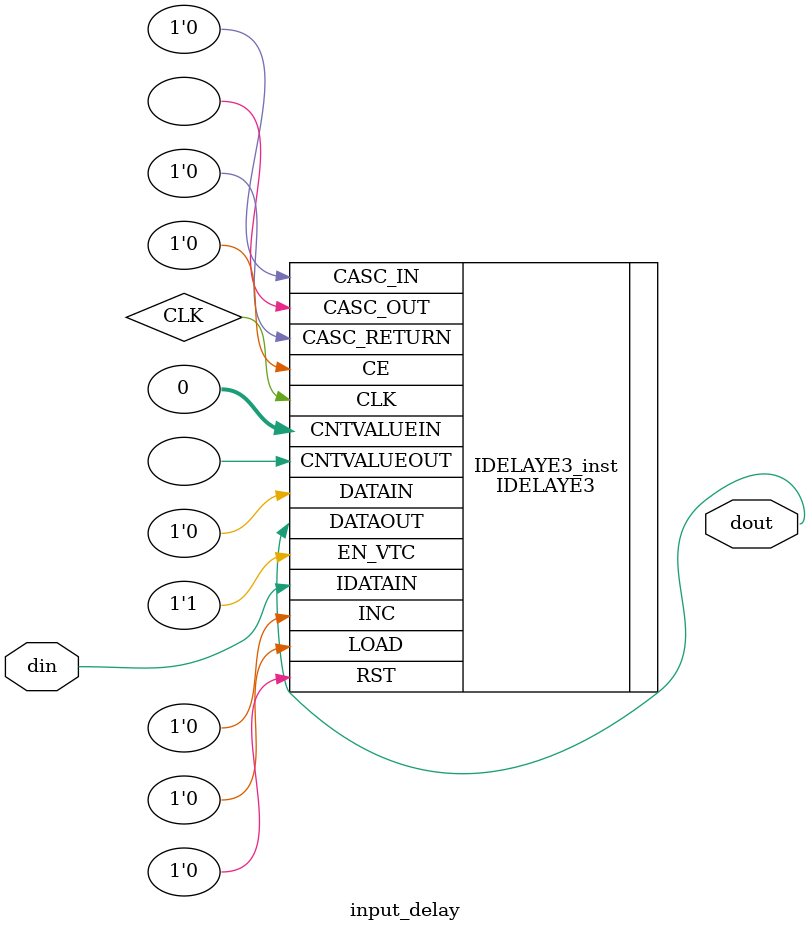
<source format=sv>
module input_delay #(
    parameter   int DELAY = 15
) (
    input   logic   din,
    output  logic   dout
);
    
    (* IODELAY_GROUP = "zmod_idelay_group" *)
    IDELAYE3 #(
      .CASCADE("NONE"),              
      .DELAY_FORMAT("TIME"),        
      .DELAY_SRC("IDATAIN"),         
      .DELAY_TYPE("FIXED"),          
      .DELAY_VALUE(DELAY),           
      .IS_CLK_INVERTED(1'b0),        
      .IS_RST_INVERTED(1'b0),        
      .REFCLK_FREQUENCY(300.0),      
      .SIM_DEVICE("ULTRASCALE_PLUS"),                                     
      .UPDATE_MODE("ASYNC")                                               
    ) IDELAYE3_inst (
      .CASC_OUT(),    
      .CNTVALUEOUT(), 
      .DATAOUT(dout), 
      .CASC_IN(1'b0), 
      .CASC_RETURN(1'b0), 
      .CE(1'b0),          
      .CLK(CLK),          
      .CNTVALUEIN(0), 
      .DATAIN(1'b0),      
      .EN_VTC(1'b1),      
      .IDATAIN(din),      
      .INC(1'b0),         
      .LOAD(1'b0),        
      .RST(1'b0)          
    );

endmodule
    
/*    
    (* IODELAY_GROUP = "zmod_idelay_group" *)
    IDELAYE2  # (
        .CINVCTRL_SEL           ("FALSE"),   // TRUE, FALSE
        .DELAY_SRC              ("IDATAIN"), // IDATAIN, DATAIN
        .HIGH_PERFORMANCE_MODE  ("FALSE"),   // TRUE, FALSE
        .IDELAY_TYPE            ("FIXED"),   // FIXED, VARIABLE, or VAR_LOADABLE
        .IDELAY_VALUE           (DELAY),     // 0 to 31
        .REFCLK_FREQUENCY       (200.0),
        .PIPE_SEL               ("FALSE"),
        .SIGNAL_PATTERN         ("DATA")     // CLOCK, DATA
    ) idelaye2_bus (
        .DATAOUT                (dout),
        .DATAIN                 (1'b0),      // Data from FPGA logic
        .C                      (1'b0),
        .CE                     (1'b0),
        .INC                    (1'b0),
        .IDATAIN                (din),       // Driven by IOB
        .LD                     (1'b0),
        .REGRST                 (1'b0),
        .LDPIPEEN               (1'b0),
        .CNTVALUEIN             (5'b00000),
        .CNTVALUEOUT            (),
        .CINVCTRL               (1'b0)
    );
*/    

/*
   IDELAYE3 #(
      .CASCADE("NONE"),               // Cascade setting (MASTER, NONE, SLAVE_END, SLAVE_MIDDLE)
      .DELAY_FORMAT("TIME"),          // Units of the DELAY_VALUE (COUNT, TIME)
      .DELAY_SRC("IDATAIN"),          // Delay input (DATAIN, IDATAIN)
      .DELAY_TYPE("FIXED"),           // Set the type of tap delay line (FIXED, VARIABLE, VAR_LOAD)
      .DELAY_VALUE(0),                // Input delay value setting
      .IS_CLK_INVERTED(1'b0),         // Optional inversion for CLK
      .IS_RST_INVERTED(1'b0),         // Optional inversion for RST
      .REFCLK_FREQUENCY(300.0),       // IDELAYCTRL clock input frequency in MHz (200.0-800.0)
      .SIM_DEVICE("ULTRASCALE_PLUS"), // Set the device version for simulation functionality (ULTRASCALE,
                                      // ULTRASCALE_PLUS, ULTRASCALE_PLUS_ES1, ULTRASCALE_PLUS_ES2)
      .UPDATE_MODE("ASYNC")           // Determines when updates to the delay will take effect (ASYNC, MANUAL,
                                      // SYNC)
   )
   IDELAYE3_inst (
      .CASC_OUT(CASC_OUT),       // 1-bit output: Cascade delay output to ODELAY input cascade
      .CNTVALUEOUT(CNTVALUEOUT), // 9-bit output: Counter value output
      .DATAOUT(DATAOUT),         // 1-bit output: Delayed data output
      .CASC_IN(CASC_IN),         // 1-bit input: Cascade delay input from slave ODELAY CASCADE_OUT
      .CASC_RETURN(CASC_RETURN), // 1-bit input: Cascade delay returning from slave ODELAY DATAOUT
      .CE(CE),                   // 1-bit input: Active-High enable increment/decrement input
      .CLK(CLK),                 // 1-bit input: Clock input
      .CNTVALUEIN(CNTVALUEIN),   // 9-bit input: Counter value input
      .DATAIN(DATAIN),           // 1-bit input: Data input from the logic
      .EN_VTC(EN_VTC),           // 1-bit input: Keep delay constant over VT
      .IDATAIN(IDATAIN),         // 1-bit input: Data input from the IOBUF
      .INC(INC),                 // 1-bit input: Increment / Decrement tap delay input
      .LOAD(LOAD),               // 1-bit input: Load DELAY_VALUE input
      .RST(RST)                  // 1-bit input: Asynchronous Reset to the DELAY_VALUE
   );
*/

</source>
